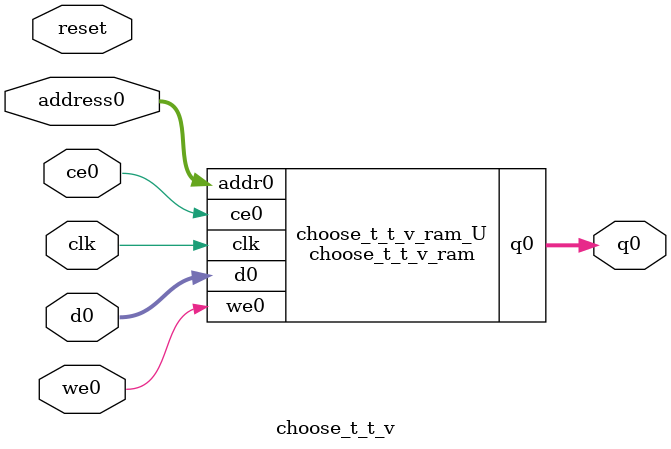
<source format=v>

`timescale 1 ns / 1 ps
module choose_t_t_v_ram (addr0, ce0, d0, we0, q0,  clk);

parameter DWIDTH = 32;
parameter AWIDTH = 5;
parameter MEM_SIZE = 32;

input[AWIDTH-1:0] addr0;
input ce0;
input[DWIDTH-1:0] d0;
input we0;
output reg[DWIDTH-1:0] q0;
input clk;

(* ram_style = "block" *)reg [DWIDTH-1:0] ram[0:MEM_SIZE-1];




always @(posedge clk)  
begin 
    if (ce0) 
    begin
        if (we0) 
        begin 
            ram[addr0] <= d0; 
            q0 <= d0;
        end 
        else 
            q0 <= ram[addr0];
    end
end


endmodule


`timescale 1 ns / 1 ps
module choose_t_t_v(
    reset,
    clk,
    address0,
    ce0,
    we0,
    d0,
    q0);

parameter DataWidth = 32'd32;
parameter AddressRange = 32'd32;
parameter AddressWidth = 32'd5;
input reset;
input clk;
input[AddressWidth - 1:0] address0;
input ce0;
input we0;
input[DataWidth - 1:0] d0;
output[DataWidth - 1:0] q0;



choose_t_t_v_ram choose_t_t_v_ram_U(
    .clk( clk ),
    .addr0( address0 ),
    .ce0( ce0 ),
    .d0( d0 ),
    .we0( we0 ),
    .q0( q0 ));

endmodule


</source>
